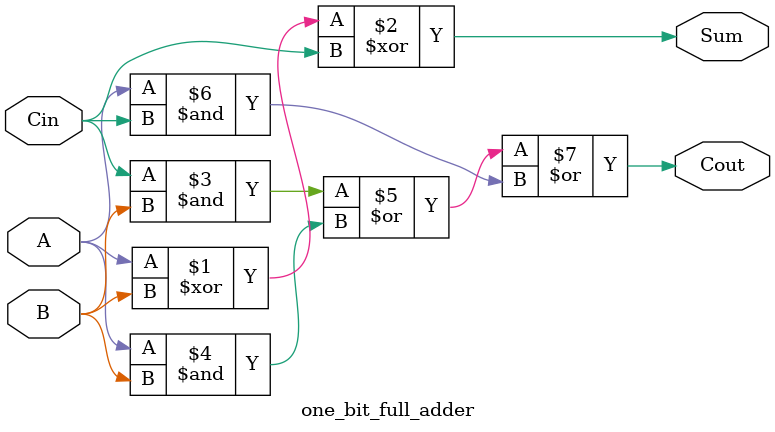
<source format=v>
`timescale 1ns / 1ps

module one_bit_full_adder(
    input A,
    input B,
    input Cin,
    output Cout,
    output Sum
    );
    
    assign Sum = A ^ B ^ Cin;
    assign Cout = (Cin & B) | (A & B) | (A & Cin);
    
endmodule

</source>
